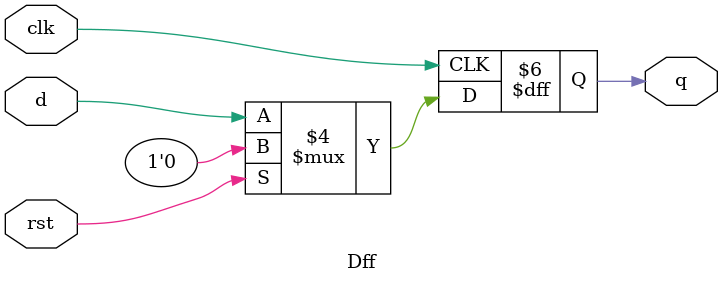
<source format=v>
`timescale 1ns / 1ps
module Dff(clk,rst,d,q);
input clk,rst,d;
output reg q;

always@(negedge clk)begin
    if(rst==1)begin
	  q=0;
	end
	else begin
	  q = d;
	end
end
endmodule
</source>
